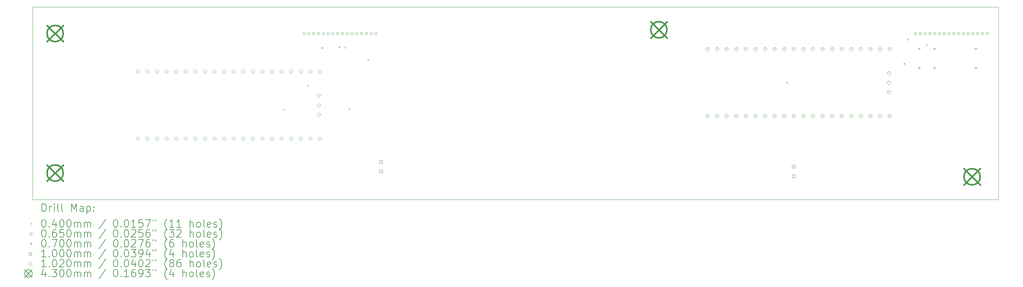
<source format=gbr>
%TF.GenerationSoftware,KiCad,Pcbnew,6.0.10-86aedd382b~118~ubuntu22.04.1*%
%TF.CreationDate,2023-01-15T11:42:56+01:00*%
%TF.ProjectId,tandberg-5000,74616e64-6265-4726-972d-353030302e6b,rev?*%
%TF.SameCoordinates,Original*%
%TF.FileFunction,Drillmap*%
%TF.FilePolarity,Positive*%
%FSLAX45Y45*%
G04 Gerber Fmt 4.5, Leading zero omitted, Abs format (unit mm)*
G04 Created by KiCad (PCBNEW 6.0.10-86aedd382b~118~ubuntu22.04.1) date 2023-01-15 11:42:56*
%MOMM*%
%LPD*%
G01*
G04 APERTURE LIST*
%ADD10C,0.100000*%
%ADD11C,0.200000*%
%ADD12C,0.040000*%
%ADD13C,0.065000*%
%ADD14C,0.070000*%
%ADD15C,0.102000*%
%ADD16C,0.430000*%
G04 APERTURE END LIST*
D10*
X2100000Y-2400000D02*
X27700000Y-2400000D01*
X27700000Y-2400000D02*
X27700000Y-7500000D01*
X27700000Y-7500000D02*
X2100000Y-7500000D01*
X2100000Y-7500000D02*
X2100000Y-2400000D01*
D11*
D12*
X8738630Y-5094960D02*
X8778630Y-5134960D01*
X8778630Y-5094960D02*
X8738630Y-5134960D01*
X9379200Y-4454390D02*
X9419200Y-4494390D01*
X9419200Y-4454390D02*
X9379200Y-4494390D01*
X9756120Y-3461600D02*
X9796120Y-3501600D01*
X9796120Y-3461600D02*
X9756120Y-3501600D01*
X10210620Y-3441720D02*
X10250620Y-3481720D01*
X10250620Y-3441720D02*
X10210620Y-3481720D01*
X10378490Y-3446380D02*
X10418490Y-3486380D01*
X10418490Y-3446380D02*
X10378490Y-3486380D01*
X10480000Y-5080000D02*
X10520000Y-5120000D01*
X10520000Y-5080000D02*
X10480000Y-5120000D01*
X10980000Y-3780000D02*
X11020000Y-3820000D01*
X11020000Y-3780000D02*
X10980000Y-3820000D01*
X22080000Y-4380000D02*
X22120000Y-4420000D01*
X22120000Y-4380000D02*
X22080000Y-4420000D01*
X25180000Y-3880000D02*
X25220000Y-3920000D01*
X25220000Y-3880000D02*
X25180000Y-3920000D01*
X25280430Y-3239680D02*
X25320430Y-3279680D01*
X25320430Y-3239680D02*
X25280430Y-3279680D01*
X25780000Y-3380000D02*
X25820000Y-3420000D01*
X25820000Y-3380000D02*
X25780000Y-3420000D01*
D13*
X9332500Y-3100000D02*
G75*
G03*
X9332500Y-3100000I-32500J0D01*
G01*
X9459500Y-3100000D02*
G75*
G03*
X9459500Y-3100000I-32500J0D01*
G01*
X9586500Y-3100000D02*
G75*
G03*
X9586500Y-3100000I-32500J0D01*
G01*
X9713500Y-3100000D02*
G75*
G03*
X9713500Y-3100000I-32500J0D01*
G01*
X9840500Y-3100000D02*
G75*
G03*
X9840500Y-3100000I-32500J0D01*
G01*
X9967500Y-3100000D02*
G75*
G03*
X9967500Y-3100000I-32500J0D01*
G01*
X10094500Y-3100000D02*
G75*
G03*
X10094500Y-3100000I-32500J0D01*
G01*
X10221500Y-3100000D02*
G75*
G03*
X10221500Y-3100000I-32500J0D01*
G01*
X10348500Y-3100000D02*
G75*
G03*
X10348500Y-3100000I-32500J0D01*
G01*
X10475500Y-3100000D02*
G75*
G03*
X10475500Y-3100000I-32500J0D01*
G01*
X10602500Y-3100000D02*
G75*
G03*
X10602500Y-3100000I-32500J0D01*
G01*
X10729500Y-3100000D02*
G75*
G03*
X10729500Y-3100000I-32500J0D01*
G01*
X10856500Y-3100000D02*
G75*
G03*
X10856500Y-3100000I-32500J0D01*
G01*
X10983500Y-3100000D02*
G75*
G03*
X10983500Y-3100000I-32500J0D01*
G01*
X11110500Y-3100000D02*
G75*
G03*
X11110500Y-3100000I-32500J0D01*
G01*
X11237500Y-3100000D02*
G75*
G03*
X11237500Y-3100000I-32500J0D01*
G01*
X25532500Y-3100000D02*
G75*
G03*
X25532500Y-3100000I-32500J0D01*
G01*
X25659500Y-3100000D02*
G75*
G03*
X25659500Y-3100000I-32500J0D01*
G01*
X25786500Y-3100000D02*
G75*
G03*
X25786500Y-3100000I-32500J0D01*
G01*
X25913500Y-3100000D02*
G75*
G03*
X25913500Y-3100000I-32500J0D01*
G01*
X26040500Y-3100000D02*
G75*
G03*
X26040500Y-3100000I-32500J0D01*
G01*
X26167500Y-3100000D02*
G75*
G03*
X26167500Y-3100000I-32500J0D01*
G01*
X26294500Y-3100000D02*
G75*
G03*
X26294500Y-3100000I-32500J0D01*
G01*
X26421500Y-3100000D02*
G75*
G03*
X26421500Y-3100000I-32500J0D01*
G01*
X26548500Y-3100000D02*
G75*
G03*
X26548500Y-3100000I-32500J0D01*
G01*
X26675500Y-3100000D02*
G75*
G03*
X26675500Y-3100000I-32500J0D01*
G01*
X26802500Y-3100000D02*
G75*
G03*
X26802500Y-3100000I-32500J0D01*
G01*
X26929500Y-3100000D02*
G75*
G03*
X26929500Y-3100000I-32500J0D01*
G01*
X27056500Y-3100000D02*
G75*
G03*
X27056500Y-3100000I-32500J0D01*
G01*
X27183500Y-3100000D02*
G75*
G03*
X27183500Y-3100000I-32500J0D01*
G01*
X27310500Y-3100000D02*
G75*
G03*
X27310500Y-3100000I-32500J0D01*
G01*
X27437500Y-3100000D02*
G75*
G03*
X27437500Y-3100000I-32500J0D01*
G01*
D14*
X25600000Y-3465000D02*
X25600000Y-3535000D01*
X25565000Y-3500000D02*
X25635000Y-3500000D01*
X25600000Y-3973000D02*
X25600000Y-4043000D01*
X25565000Y-4008000D02*
X25635000Y-4008000D01*
X26000000Y-3465000D02*
X26000000Y-3535000D01*
X25965000Y-3500000D02*
X26035000Y-3500000D01*
X26000000Y-3973000D02*
X26000000Y-4043000D01*
X25965000Y-4008000D02*
X26035000Y-4008000D01*
X27100000Y-3465000D02*
X27100000Y-3535000D01*
X27065000Y-3500000D02*
X27135000Y-3500000D01*
X27100000Y-3973000D02*
X27100000Y-4043000D01*
X27065000Y-4008000D02*
X27135000Y-4008000D01*
D10*
X11369856Y-6535356D02*
X11369856Y-6464644D01*
X11299144Y-6464644D01*
X11299144Y-6535356D01*
X11369856Y-6535356D01*
X11369856Y-6789356D02*
X11369856Y-6718644D01*
X11299144Y-6718644D01*
X11299144Y-6789356D01*
X11369856Y-6789356D01*
X22300856Y-6662356D02*
X22300856Y-6591644D01*
X22230144Y-6591644D01*
X22230144Y-6662356D01*
X22300856Y-6662356D01*
X22300856Y-6916356D02*
X22300856Y-6845644D01*
X22230144Y-6845644D01*
X22230144Y-6916356D01*
X22300856Y-6916356D01*
D15*
X4887000Y-4162000D02*
X4938000Y-4111000D01*
X4887000Y-4060000D01*
X4836000Y-4111000D01*
X4887000Y-4162000D01*
X4887000Y-5940000D02*
X4938000Y-5889000D01*
X4887000Y-5838000D01*
X4836000Y-5889000D01*
X4887000Y-5940000D01*
X5141000Y-4162000D02*
X5192000Y-4111000D01*
X5141000Y-4060000D01*
X5090000Y-4111000D01*
X5141000Y-4162000D01*
X5141000Y-5940000D02*
X5192000Y-5889000D01*
X5141000Y-5838000D01*
X5090000Y-5889000D01*
X5141000Y-5940000D01*
X5395000Y-4162000D02*
X5446000Y-4111000D01*
X5395000Y-4060000D01*
X5344000Y-4111000D01*
X5395000Y-4162000D01*
X5395000Y-5940000D02*
X5446000Y-5889000D01*
X5395000Y-5838000D01*
X5344000Y-5889000D01*
X5395000Y-5940000D01*
X5649000Y-4162000D02*
X5700000Y-4111000D01*
X5649000Y-4060000D01*
X5598000Y-4111000D01*
X5649000Y-4162000D01*
X5649000Y-5940000D02*
X5700000Y-5889000D01*
X5649000Y-5838000D01*
X5598000Y-5889000D01*
X5649000Y-5940000D01*
X5903000Y-4162000D02*
X5954000Y-4111000D01*
X5903000Y-4060000D01*
X5852000Y-4111000D01*
X5903000Y-4162000D01*
X5903000Y-5940000D02*
X5954000Y-5889000D01*
X5903000Y-5838000D01*
X5852000Y-5889000D01*
X5903000Y-5940000D01*
X6157000Y-4162000D02*
X6208000Y-4111000D01*
X6157000Y-4060000D01*
X6106000Y-4111000D01*
X6157000Y-4162000D01*
X6157000Y-5940000D02*
X6208000Y-5889000D01*
X6157000Y-5838000D01*
X6106000Y-5889000D01*
X6157000Y-5940000D01*
X6411000Y-4162000D02*
X6462000Y-4111000D01*
X6411000Y-4060000D01*
X6360000Y-4111000D01*
X6411000Y-4162000D01*
X6411000Y-5940000D02*
X6462000Y-5889000D01*
X6411000Y-5838000D01*
X6360000Y-5889000D01*
X6411000Y-5940000D01*
X6665000Y-4162000D02*
X6716000Y-4111000D01*
X6665000Y-4060000D01*
X6614000Y-4111000D01*
X6665000Y-4162000D01*
X6665000Y-5940000D02*
X6716000Y-5889000D01*
X6665000Y-5838000D01*
X6614000Y-5889000D01*
X6665000Y-5940000D01*
X6919000Y-4162000D02*
X6970000Y-4111000D01*
X6919000Y-4060000D01*
X6868000Y-4111000D01*
X6919000Y-4162000D01*
X6919000Y-5940000D02*
X6970000Y-5889000D01*
X6919000Y-5838000D01*
X6868000Y-5889000D01*
X6919000Y-5940000D01*
X7173000Y-4162000D02*
X7224000Y-4111000D01*
X7173000Y-4060000D01*
X7122000Y-4111000D01*
X7173000Y-4162000D01*
X7173000Y-5940000D02*
X7224000Y-5889000D01*
X7173000Y-5838000D01*
X7122000Y-5889000D01*
X7173000Y-5940000D01*
X7427000Y-4162000D02*
X7478000Y-4111000D01*
X7427000Y-4060000D01*
X7376000Y-4111000D01*
X7427000Y-4162000D01*
X7427000Y-5940000D02*
X7478000Y-5889000D01*
X7427000Y-5838000D01*
X7376000Y-5889000D01*
X7427000Y-5940000D01*
X7681000Y-4162000D02*
X7732000Y-4111000D01*
X7681000Y-4060000D01*
X7630000Y-4111000D01*
X7681000Y-4162000D01*
X7681000Y-5940000D02*
X7732000Y-5889000D01*
X7681000Y-5838000D01*
X7630000Y-5889000D01*
X7681000Y-5940000D01*
X7935000Y-4162000D02*
X7986000Y-4111000D01*
X7935000Y-4060000D01*
X7884000Y-4111000D01*
X7935000Y-4162000D01*
X7935000Y-5940000D02*
X7986000Y-5889000D01*
X7935000Y-5838000D01*
X7884000Y-5889000D01*
X7935000Y-5940000D01*
X8189000Y-4162000D02*
X8240000Y-4111000D01*
X8189000Y-4060000D01*
X8138000Y-4111000D01*
X8189000Y-4162000D01*
X8189000Y-5940000D02*
X8240000Y-5889000D01*
X8189000Y-5838000D01*
X8138000Y-5889000D01*
X8189000Y-5940000D01*
X8443000Y-4162000D02*
X8494000Y-4111000D01*
X8443000Y-4060000D01*
X8392000Y-4111000D01*
X8443000Y-4162000D01*
X8443000Y-5940000D02*
X8494000Y-5889000D01*
X8443000Y-5838000D01*
X8392000Y-5889000D01*
X8443000Y-5940000D01*
X8697000Y-4162000D02*
X8748000Y-4111000D01*
X8697000Y-4060000D01*
X8646000Y-4111000D01*
X8697000Y-4162000D01*
X8697000Y-5940000D02*
X8748000Y-5889000D01*
X8697000Y-5838000D01*
X8646000Y-5889000D01*
X8697000Y-5940000D01*
X8951000Y-4162000D02*
X9002000Y-4111000D01*
X8951000Y-4060000D01*
X8900000Y-4111000D01*
X8951000Y-4162000D01*
X8951000Y-5940000D02*
X9002000Y-5889000D01*
X8951000Y-5838000D01*
X8900000Y-5889000D01*
X8951000Y-5940000D01*
X9205000Y-4162000D02*
X9256000Y-4111000D01*
X9205000Y-4060000D01*
X9154000Y-4111000D01*
X9205000Y-4162000D01*
X9205000Y-5940000D02*
X9256000Y-5889000D01*
X9205000Y-5838000D01*
X9154000Y-5889000D01*
X9205000Y-5940000D01*
X9459000Y-4162000D02*
X9510000Y-4111000D01*
X9459000Y-4060000D01*
X9408000Y-4111000D01*
X9459000Y-4162000D01*
X9459000Y-5940000D02*
X9510000Y-5889000D01*
X9459000Y-5838000D01*
X9408000Y-5889000D01*
X9459000Y-5940000D01*
X9690000Y-4797000D02*
X9741000Y-4746000D01*
X9690000Y-4695000D01*
X9639000Y-4746000D01*
X9690000Y-4797000D01*
X9690000Y-5051000D02*
X9741000Y-5000000D01*
X9690000Y-4949000D01*
X9639000Y-5000000D01*
X9690000Y-5051000D01*
X9690000Y-5305000D02*
X9741000Y-5254000D01*
X9690000Y-5203000D01*
X9639000Y-5254000D01*
X9690000Y-5305000D01*
X9713000Y-4162000D02*
X9764000Y-4111000D01*
X9713000Y-4060000D01*
X9662000Y-4111000D01*
X9713000Y-4162000D01*
X9713000Y-5940000D02*
X9764000Y-5889000D01*
X9713000Y-5838000D01*
X9662000Y-5889000D01*
X9713000Y-5940000D01*
X19987000Y-3562000D02*
X20038000Y-3511000D01*
X19987000Y-3460000D01*
X19936000Y-3511000D01*
X19987000Y-3562000D01*
X19987000Y-5340000D02*
X20038000Y-5289000D01*
X19987000Y-5238000D01*
X19936000Y-5289000D01*
X19987000Y-5340000D01*
X20241000Y-3562000D02*
X20292000Y-3511000D01*
X20241000Y-3460000D01*
X20190000Y-3511000D01*
X20241000Y-3562000D01*
X20241000Y-5340000D02*
X20292000Y-5289000D01*
X20241000Y-5238000D01*
X20190000Y-5289000D01*
X20241000Y-5340000D01*
X20495000Y-3562000D02*
X20546000Y-3511000D01*
X20495000Y-3460000D01*
X20444000Y-3511000D01*
X20495000Y-3562000D01*
X20495000Y-5340000D02*
X20546000Y-5289000D01*
X20495000Y-5238000D01*
X20444000Y-5289000D01*
X20495000Y-5340000D01*
X20749000Y-3562000D02*
X20800000Y-3511000D01*
X20749000Y-3460000D01*
X20698000Y-3511000D01*
X20749000Y-3562000D01*
X20749000Y-5340000D02*
X20800000Y-5289000D01*
X20749000Y-5238000D01*
X20698000Y-5289000D01*
X20749000Y-5340000D01*
X21003000Y-3562000D02*
X21054000Y-3511000D01*
X21003000Y-3460000D01*
X20952000Y-3511000D01*
X21003000Y-3562000D01*
X21003000Y-5340000D02*
X21054000Y-5289000D01*
X21003000Y-5238000D01*
X20952000Y-5289000D01*
X21003000Y-5340000D01*
X21257000Y-3562000D02*
X21308000Y-3511000D01*
X21257000Y-3460000D01*
X21206000Y-3511000D01*
X21257000Y-3562000D01*
X21257000Y-5340000D02*
X21308000Y-5289000D01*
X21257000Y-5238000D01*
X21206000Y-5289000D01*
X21257000Y-5340000D01*
X21511000Y-3562000D02*
X21562000Y-3511000D01*
X21511000Y-3460000D01*
X21460000Y-3511000D01*
X21511000Y-3562000D01*
X21511000Y-5340000D02*
X21562000Y-5289000D01*
X21511000Y-5238000D01*
X21460000Y-5289000D01*
X21511000Y-5340000D01*
X21765000Y-3562000D02*
X21816000Y-3511000D01*
X21765000Y-3460000D01*
X21714000Y-3511000D01*
X21765000Y-3562000D01*
X21765000Y-5340000D02*
X21816000Y-5289000D01*
X21765000Y-5238000D01*
X21714000Y-5289000D01*
X21765000Y-5340000D01*
X22019000Y-3562000D02*
X22070000Y-3511000D01*
X22019000Y-3460000D01*
X21968000Y-3511000D01*
X22019000Y-3562000D01*
X22019000Y-5340000D02*
X22070000Y-5289000D01*
X22019000Y-5238000D01*
X21968000Y-5289000D01*
X22019000Y-5340000D01*
X22273000Y-3562000D02*
X22324000Y-3511000D01*
X22273000Y-3460000D01*
X22222000Y-3511000D01*
X22273000Y-3562000D01*
X22273000Y-5340000D02*
X22324000Y-5289000D01*
X22273000Y-5238000D01*
X22222000Y-5289000D01*
X22273000Y-5340000D01*
X22527000Y-3562000D02*
X22578000Y-3511000D01*
X22527000Y-3460000D01*
X22476000Y-3511000D01*
X22527000Y-3562000D01*
X22527000Y-5340000D02*
X22578000Y-5289000D01*
X22527000Y-5238000D01*
X22476000Y-5289000D01*
X22527000Y-5340000D01*
X22781000Y-3562000D02*
X22832000Y-3511000D01*
X22781000Y-3460000D01*
X22730000Y-3511000D01*
X22781000Y-3562000D01*
X22781000Y-5340000D02*
X22832000Y-5289000D01*
X22781000Y-5238000D01*
X22730000Y-5289000D01*
X22781000Y-5340000D01*
X23035000Y-3562000D02*
X23086000Y-3511000D01*
X23035000Y-3460000D01*
X22984000Y-3511000D01*
X23035000Y-3562000D01*
X23035000Y-5340000D02*
X23086000Y-5289000D01*
X23035000Y-5238000D01*
X22984000Y-5289000D01*
X23035000Y-5340000D01*
X23289000Y-3562000D02*
X23340000Y-3511000D01*
X23289000Y-3460000D01*
X23238000Y-3511000D01*
X23289000Y-3562000D01*
X23289000Y-5340000D02*
X23340000Y-5289000D01*
X23289000Y-5238000D01*
X23238000Y-5289000D01*
X23289000Y-5340000D01*
X23543000Y-3562000D02*
X23594000Y-3511000D01*
X23543000Y-3460000D01*
X23492000Y-3511000D01*
X23543000Y-3562000D01*
X23543000Y-5340000D02*
X23594000Y-5289000D01*
X23543000Y-5238000D01*
X23492000Y-5289000D01*
X23543000Y-5340000D01*
X23797000Y-3562000D02*
X23848000Y-3511000D01*
X23797000Y-3460000D01*
X23746000Y-3511000D01*
X23797000Y-3562000D01*
X23797000Y-5340000D02*
X23848000Y-5289000D01*
X23797000Y-5238000D01*
X23746000Y-5289000D01*
X23797000Y-5340000D01*
X24051000Y-3562000D02*
X24102000Y-3511000D01*
X24051000Y-3460000D01*
X24000000Y-3511000D01*
X24051000Y-3562000D01*
X24051000Y-5340000D02*
X24102000Y-5289000D01*
X24051000Y-5238000D01*
X24000000Y-5289000D01*
X24051000Y-5340000D01*
X24305000Y-3562000D02*
X24356000Y-3511000D01*
X24305000Y-3460000D01*
X24254000Y-3511000D01*
X24305000Y-3562000D01*
X24305000Y-5340000D02*
X24356000Y-5289000D01*
X24305000Y-5238000D01*
X24254000Y-5289000D01*
X24305000Y-5340000D01*
X24559000Y-3562000D02*
X24610000Y-3511000D01*
X24559000Y-3460000D01*
X24508000Y-3511000D01*
X24559000Y-3562000D01*
X24559000Y-5340000D02*
X24610000Y-5289000D01*
X24559000Y-5238000D01*
X24508000Y-5289000D01*
X24559000Y-5340000D01*
X24790000Y-4197000D02*
X24841000Y-4146000D01*
X24790000Y-4095000D01*
X24739000Y-4146000D01*
X24790000Y-4197000D01*
X24790000Y-4451000D02*
X24841000Y-4400000D01*
X24790000Y-4349000D01*
X24739000Y-4400000D01*
X24790000Y-4451000D01*
X24790000Y-4705000D02*
X24841000Y-4654000D01*
X24790000Y-4603000D01*
X24739000Y-4654000D01*
X24790000Y-4705000D01*
X24813000Y-3562000D02*
X24864000Y-3511000D01*
X24813000Y-3460000D01*
X24762000Y-3511000D01*
X24813000Y-3562000D01*
X24813000Y-5340000D02*
X24864000Y-5289000D01*
X24813000Y-5238000D01*
X24762000Y-5289000D01*
X24813000Y-5340000D01*
D16*
X2485000Y-2885000D02*
X2915000Y-3315000D01*
X2915000Y-2885000D02*
X2485000Y-3315000D01*
X2915000Y-3100000D02*
G75*
G03*
X2915000Y-3100000I-215000J0D01*
G01*
X2485000Y-6585000D02*
X2915000Y-7015000D01*
X2915000Y-6585000D02*
X2485000Y-7015000D01*
X2915000Y-6800000D02*
G75*
G03*
X2915000Y-6800000I-215000J0D01*
G01*
X18485000Y-2785000D02*
X18915000Y-3215000D01*
X18915000Y-2785000D02*
X18485000Y-3215000D01*
X18915000Y-3000000D02*
G75*
G03*
X18915000Y-3000000I-215000J0D01*
G01*
X26785000Y-6685000D02*
X27215000Y-7115000D01*
X27215000Y-6685000D02*
X26785000Y-7115000D01*
X27215000Y-6900000D02*
G75*
G03*
X27215000Y-6900000I-215000J0D01*
G01*
D11*
X2352619Y-7815476D02*
X2352619Y-7615476D01*
X2400238Y-7615476D01*
X2428810Y-7625000D01*
X2447857Y-7644048D01*
X2457381Y-7663095D01*
X2466905Y-7701190D01*
X2466905Y-7729762D01*
X2457381Y-7767857D01*
X2447857Y-7786905D01*
X2428810Y-7805952D01*
X2400238Y-7815476D01*
X2352619Y-7815476D01*
X2552619Y-7815476D02*
X2552619Y-7682143D01*
X2552619Y-7720238D02*
X2562143Y-7701190D01*
X2571667Y-7691667D01*
X2590714Y-7682143D01*
X2609762Y-7682143D01*
X2676429Y-7815476D02*
X2676429Y-7682143D01*
X2676429Y-7615476D02*
X2666905Y-7625000D01*
X2676429Y-7634524D01*
X2685952Y-7625000D01*
X2676429Y-7615476D01*
X2676429Y-7634524D01*
X2800238Y-7815476D02*
X2781190Y-7805952D01*
X2771667Y-7786905D01*
X2771667Y-7615476D01*
X2905000Y-7815476D02*
X2885952Y-7805952D01*
X2876428Y-7786905D01*
X2876428Y-7615476D01*
X3133571Y-7815476D02*
X3133571Y-7615476D01*
X3200238Y-7758333D01*
X3266905Y-7615476D01*
X3266905Y-7815476D01*
X3447857Y-7815476D02*
X3447857Y-7710714D01*
X3438333Y-7691667D01*
X3419286Y-7682143D01*
X3381190Y-7682143D01*
X3362143Y-7691667D01*
X3447857Y-7805952D02*
X3428809Y-7815476D01*
X3381190Y-7815476D01*
X3362143Y-7805952D01*
X3352619Y-7786905D01*
X3352619Y-7767857D01*
X3362143Y-7748809D01*
X3381190Y-7739286D01*
X3428809Y-7739286D01*
X3447857Y-7729762D01*
X3543095Y-7682143D02*
X3543095Y-7882143D01*
X3543095Y-7691667D02*
X3562143Y-7682143D01*
X3600238Y-7682143D01*
X3619286Y-7691667D01*
X3628809Y-7701190D01*
X3638333Y-7720238D01*
X3638333Y-7777381D01*
X3628809Y-7796428D01*
X3619286Y-7805952D01*
X3600238Y-7815476D01*
X3562143Y-7815476D01*
X3543095Y-7805952D01*
X3724048Y-7796428D02*
X3733571Y-7805952D01*
X3724048Y-7815476D01*
X3714524Y-7805952D01*
X3724048Y-7796428D01*
X3724048Y-7815476D01*
X3724048Y-7691667D02*
X3733571Y-7701190D01*
X3724048Y-7710714D01*
X3714524Y-7701190D01*
X3724048Y-7691667D01*
X3724048Y-7710714D01*
D12*
X2055000Y-8125000D02*
X2095000Y-8165000D01*
X2095000Y-8125000D02*
X2055000Y-8165000D01*
D11*
X2390714Y-8035476D02*
X2409762Y-8035476D01*
X2428810Y-8045000D01*
X2438333Y-8054524D01*
X2447857Y-8073571D01*
X2457381Y-8111667D01*
X2457381Y-8159286D01*
X2447857Y-8197381D01*
X2438333Y-8216428D01*
X2428810Y-8225952D01*
X2409762Y-8235476D01*
X2390714Y-8235476D01*
X2371667Y-8225952D01*
X2362143Y-8216428D01*
X2352619Y-8197381D01*
X2343095Y-8159286D01*
X2343095Y-8111667D01*
X2352619Y-8073571D01*
X2362143Y-8054524D01*
X2371667Y-8045000D01*
X2390714Y-8035476D01*
X2543095Y-8216428D02*
X2552619Y-8225952D01*
X2543095Y-8235476D01*
X2533571Y-8225952D01*
X2543095Y-8216428D01*
X2543095Y-8235476D01*
X2724048Y-8102143D02*
X2724048Y-8235476D01*
X2676429Y-8025952D02*
X2628810Y-8168809D01*
X2752619Y-8168809D01*
X2866905Y-8035476D02*
X2885952Y-8035476D01*
X2905000Y-8045000D01*
X2914524Y-8054524D01*
X2924048Y-8073571D01*
X2933571Y-8111667D01*
X2933571Y-8159286D01*
X2924048Y-8197381D01*
X2914524Y-8216428D01*
X2905000Y-8225952D01*
X2885952Y-8235476D01*
X2866905Y-8235476D01*
X2847857Y-8225952D01*
X2838333Y-8216428D01*
X2828809Y-8197381D01*
X2819286Y-8159286D01*
X2819286Y-8111667D01*
X2828809Y-8073571D01*
X2838333Y-8054524D01*
X2847857Y-8045000D01*
X2866905Y-8035476D01*
X3057381Y-8035476D02*
X3076428Y-8035476D01*
X3095476Y-8045000D01*
X3105000Y-8054524D01*
X3114524Y-8073571D01*
X3124048Y-8111667D01*
X3124048Y-8159286D01*
X3114524Y-8197381D01*
X3105000Y-8216428D01*
X3095476Y-8225952D01*
X3076428Y-8235476D01*
X3057381Y-8235476D01*
X3038333Y-8225952D01*
X3028809Y-8216428D01*
X3019286Y-8197381D01*
X3009762Y-8159286D01*
X3009762Y-8111667D01*
X3019286Y-8073571D01*
X3028809Y-8054524D01*
X3038333Y-8045000D01*
X3057381Y-8035476D01*
X3209762Y-8235476D02*
X3209762Y-8102143D01*
X3209762Y-8121190D02*
X3219286Y-8111667D01*
X3238333Y-8102143D01*
X3266905Y-8102143D01*
X3285952Y-8111667D01*
X3295476Y-8130714D01*
X3295476Y-8235476D01*
X3295476Y-8130714D02*
X3305000Y-8111667D01*
X3324048Y-8102143D01*
X3352619Y-8102143D01*
X3371667Y-8111667D01*
X3381190Y-8130714D01*
X3381190Y-8235476D01*
X3476428Y-8235476D02*
X3476428Y-8102143D01*
X3476428Y-8121190D02*
X3485952Y-8111667D01*
X3505000Y-8102143D01*
X3533571Y-8102143D01*
X3552619Y-8111667D01*
X3562143Y-8130714D01*
X3562143Y-8235476D01*
X3562143Y-8130714D02*
X3571667Y-8111667D01*
X3590714Y-8102143D01*
X3619286Y-8102143D01*
X3638333Y-8111667D01*
X3647857Y-8130714D01*
X3647857Y-8235476D01*
X4038333Y-8025952D02*
X3866905Y-8283095D01*
X4295476Y-8035476D02*
X4314524Y-8035476D01*
X4333571Y-8045000D01*
X4343095Y-8054524D01*
X4352619Y-8073571D01*
X4362143Y-8111667D01*
X4362143Y-8159286D01*
X4352619Y-8197381D01*
X4343095Y-8216428D01*
X4333571Y-8225952D01*
X4314524Y-8235476D01*
X4295476Y-8235476D01*
X4276429Y-8225952D01*
X4266905Y-8216428D01*
X4257381Y-8197381D01*
X4247857Y-8159286D01*
X4247857Y-8111667D01*
X4257381Y-8073571D01*
X4266905Y-8054524D01*
X4276429Y-8045000D01*
X4295476Y-8035476D01*
X4447857Y-8216428D02*
X4457381Y-8225952D01*
X4447857Y-8235476D01*
X4438333Y-8225952D01*
X4447857Y-8216428D01*
X4447857Y-8235476D01*
X4581190Y-8035476D02*
X4600238Y-8035476D01*
X4619286Y-8045000D01*
X4628810Y-8054524D01*
X4638333Y-8073571D01*
X4647857Y-8111667D01*
X4647857Y-8159286D01*
X4638333Y-8197381D01*
X4628810Y-8216428D01*
X4619286Y-8225952D01*
X4600238Y-8235476D01*
X4581190Y-8235476D01*
X4562143Y-8225952D01*
X4552619Y-8216428D01*
X4543095Y-8197381D01*
X4533571Y-8159286D01*
X4533571Y-8111667D01*
X4543095Y-8073571D01*
X4552619Y-8054524D01*
X4562143Y-8045000D01*
X4581190Y-8035476D01*
X4838333Y-8235476D02*
X4724048Y-8235476D01*
X4781190Y-8235476D02*
X4781190Y-8035476D01*
X4762143Y-8064048D01*
X4743095Y-8083095D01*
X4724048Y-8092619D01*
X5019286Y-8035476D02*
X4924048Y-8035476D01*
X4914524Y-8130714D01*
X4924048Y-8121190D01*
X4943095Y-8111667D01*
X4990714Y-8111667D01*
X5009762Y-8121190D01*
X5019286Y-8130714D01*
X5028810Y-8149762D01*
X5028810Y-8197381D01*
X5019286Y-8216428D01*
X5009762Y-8225952D01*
X4990714Y-8235476D01*
X4943095Y-8235476D01*
X4924048Y-8225952D01*
X4914524Y-8216428D01*
X5095476Y-8035476D02*
X5228810Y-8035476D01*
X5143095Y-8235476D01*
X5295476Y-8035476D02*
X5295476Y-8073571D01*
X5371667Y-8035476D02*
X5371667Y-8073571D01*
X5666905Y-8311667D02*
X5657381Y-8302143D01*
X5638333Y-8273571D01*
X5628809Y-8254524D01*
X5619286Y-8225952D01*
X5609762Y-8178333D01*
X5609762Y-8140238D01*
X5619286Y-8092619D01*
X5628809Y-8064048D01*
X5638333Y-8045000D01*
X5657381Y-8016428D01*
X5666905Y-8006905D01*
X5847857Y-8235476D02*
X5733571Y-8235476D01*
X5790714Y-8235476D02*
X5790714Y-8035476D01*
X5771667Y-8064048D01*
X5752619Y-8083095D01*
X5733571Y-8092619D01*
X6038333Y-8235476D02*
X5924048Y-8235476D01*
X5981190Y-8235476D02*
X5981190Y-8035476D01*
X5962143Y-8064048D01*
X5943095Y-8083095D01*
X5924048Y-8092619D01*
X6276428Y-8235476D02*
X6276428Y-8035476D01*
X6362143Y-8235476D02*
X6362143Y-8130714D01*
X6352619Y-8111667D01*
X6333571Y-8102143D01*
X6305000Y-8102143D01*
X6285952Y-8111667D01*
X6276428Y-8121190D01*
X6485952Y-8235476D02*
X6466905Y-8225952D01*
X6457381Y-8216428D01*
X6447857Y-8197381D01*
X6447857Y-8140238D01*
X6457381Y-8121190D01*
X6466905Y-8111667D01*
X6485952Y-8102143D01*
X6514524Y-8102143D01*
X6533571Y-8111667D01*
X6543095Y-8121190D01*
X6552619Y-8140238D01*
X6552619Y-8197381D01*
X6543095Y-8216428D01*
X6533571Y-8225952D01*
X6514524Y-8235476D01*
X6485952Y-8235476D01*
X6666905Y-8235476D02*
X6647857Y-8225952D01*
X6638333Y-8206905D01*
X6638333Y-8035476D01*
X6819286Y-8225952D02*
X6800238Y-8235476D01*
X6762143Y-8235476D01*
X6743095Y-8225952D01*
X6733571Y-8206905D01*
X6733571Y-8130714D01*
X6743095Y-8111667D01*
X6762143Y-8102143D01*
X6800238Y-8102143D01*
X6819286Y-8111667D01*
X6828809Y-8130714D01*
X6828809Y-8149762D01*
X6733571Y-8168809D01*
X6905000Y-8225952D02*
X6924048Y-8235476D01*
X6962143Y-8235476D01*
X6981190Y-8225952D01*
X6990714Y-8206905D01*
X6990714Y-8197381D01*
X6981190Y-8178333D01*
X6962143Y-8168809D01*
X6933571Y-8168809D01*
X6914524Y-8159286D01*
X6905000Y-8140238D01*
X6905000Y-8130714D01*
X6914524Y-8111667D01*
X6933571Y-8102143D01*
X6962143Y-8102143D01*
X6981190Y-8111667D01*
X7057381Y-8311667D02*
X7066905Y-8302143D01*
X7085952Y-8273571D01*
X7095476Y-8254524D01*
X7105000Y-8225952D01*
X7114524Y-8178333D01*
X7114524Y-8140238D01*
X7105000Y-8092619D01*
X7095476Y-8064048D01*
X7085952Y-8045000D01*
X7066905Y-8016428D01*
X7057381Y-8006905D01*
D13*
X2095000Y-8409000D02*
G75*
G03*
X2095000Y-8409000I-32500J0D01*
G01*
D11*
X2390714Y-8299476D02*
X2409762Y-8299476D01*
X2428810Y-8309000D01*
X2438333Y-8318524D01*
X2447857Y-8337571D01*
X2457381Y-8375667D01*
X2457381Y-8423286D01*
X2447857Y-8461381D01*
X2438333Y-8480429D01*
X2428810Y-8489952D01*
X2409762Y-8499476D01*
X2390714Y-8499476D01*
X2371667Y-8489952D01*
X2362143Y-8480429D01*
X2352619Y-8461381D01*
X2343095Y-8423286D01*
X2343095Y-8375667D01*
X2352619Y-8337571D01*
X2362143Y-8318524D01*
X2371667Y-8309000D01*
X2390714Y-8299476D01*
X2543095Y-8480429D02*
X2552619Y-8489952D01*
X2543095Y-8499476D01*
X2533571Y-8489952D01*
X2543095Y-8480429D01*
X2543095Y-8499476D01*
X2724048Y-8299476D02*
X2685952Y-8299476D01*
X2666905Y-8309000D01*
X2657381Y-8318524D01*
X2638333Y-8347095D01*
X2628810Y-8385190D01*
X2628810Y-8461381D01*
X2638333Y-8480429D01*
X2647857Y-8489952D01*
X2666905Y-8499476D01*
X2705000Y-8499476D01*
X2724048Y-8489952D01*
X2733571Y-8480429D01*
X2743095Y-8461381D01*
X2743095Y-8413762D01*
X2733571Y-8394714D01*
X2724048Y-8385190D01*
X2705000Y-8375667D01*
X2666905Y-8375667D01*
X2647857Y-8385190D01*
X2638333Y-8394714D01*
X2628810Y-8413762D01*
X2924048Y-8299476D02*
X2828809Y-8299476D01*
X2819286Y-8394714D01*
X2828809Y-8385190D01*
X2847857Y-8375667D01*
X2895476Y-8375667D01*
X2914524Y-8385190D01*
X2924048Y-8394714D01*
X2933571Y-8413762D01*
X2933571Y-8461381D01*
X2924048Y-8480429D01*
X2914524Y-8489952D01*
X2895476Y-8499476D01*
X2847857Y-8499476D01*
X2828809Y-8489952D01*
X2819286Y-8480429D01*
X3057381Y-8299476D02*
X3076428Y-8299476D01*
X3095476Y-8309000D01*
X3105000Y-8318524D01*
X3114524Y-8337571D01*
X3124048Y-8375667D01*
X3124048Y-8423286D01*
X3114524Y-8461381D01*
X3105000Y-8480429D01*
X3095476Y-8489952D01*
X3076428Y-8499476D01*
X3057381Y-8499476D01*
X3038333Y-8489952D01*
X3028809Y-8480429D01*
X3019286Y-8461381D01*
X3009762Y-8423286D01*
X3009762Y-8375667D01*
X3019286Y-8337571D01*
X3028809Y-8318524D01*
X3038333Y-8309000D01*
X3057381Y-8299476D01*
X3209762Y-8499476D02*
X3209762Y-8366143D01*
X3209762Y-8385190D02*
X3219286Y-8375667D01*
X3238333Y-8366143D01*
X3266905Y-8366143D01*
X3285952Y-8375667D01*
X3295476Y-8394714D01*
X3295476Y-8499476D01*
X3295476Y-8394714D02*
X3305000Y-8375667D01*
X3324048Y-8366143D01*
X3352619Y-8366143D01*
X3371667Y-8375667D01*
X3381190Y-8394714D01*
X3381190Y-8499476D01*
X3476428Y-8499476D02*
X3476428Y-8366143D01*
X3476428Y-8385190D02*
X3485952Y-8375667D01*
X3505000Y-8366143D01*
X3533571Y-8366143D01*
X3552619Y-8375667D01*
X3562143Y-8394714D01*
X3562143Y-8499476D01*
X3562143Y-8394714D02*
X3571667Y-8375667D01*
X3590714Y-8366143D01*
X3619286Y-8366143D01*
X3638333Y-8375667D01*
X3647857Y-8394714D01*
X3647857Y-8499476D01*
X4038333Y-8289952D02*
X3866905Y-8547095D01*
X4295476Y-8299476D02*
X4314524Y-8299476D01*
X4333571Y-8309000D01*
X4343095Y-8318524D01*
X4352619Y-8337571D01*
X4362143Y-8375667D01*
X4362143Y-8423286D01*
X4352619Y-8461381D01*
X4343095Y-8480429D01*
X4333571Y-8489952D01*
X4314524Y-8499476D01*
X4295476Y-8499476D01*
X4276429Y-8489952D01*
X4266905Y-8480429D01*
X4257381Y-8461381D01*
X4247857Y-8423286D01*
X4247857Y-8375667D01*
X4257381Y-8337571D01*
X4266905Y-8318524D01*
X4276429Y-8309000D01*
X4295476Y-8299476D01*
X4447857Y-8480429D02*
X4457381Y-8489952D01*
X4447857Y-8499476D01*
X4438333Y-8489952D01*
X4447857Y-8480429D01*
X4447857Y-8499476D01*
X4581190Y-8299476D02*
X4600238Y-8299476D01*
X4619286Y-8309000D01*
X4628810Y-8318524D01*
X4638333Y-8337571D01*
X4647857Y-8375667D01*
X4647857Y-8423286D01*
X4638333Y-8461381D01*
X4628810Y-8480429D01*
X4619286Y-8489952D01*
X4600238Y-8499476D01*
X4581190Y-8499476D01*
X4562143Y-8489952D01*
X4552619Y-8480429D01*
X4543095Y-8461381D01*
X4533571Y-8423286D01*
X4533571Y-8375667D01*
X4543095Y-8337571D01*
X4552619Y-8318524D01*
X4562143Y-8309000D01*
X4581190Y-8299476D01*
X4724048Y-8318524D02*
X4733571Y-8309000D01*
X4752619Y-8299476D01*
X4800238Y-8299476D01*
X4819286Y-8309000D01*
X4828810Y-8318524D01*
X4838333Y-8337571D01*
X4838333Y-8356619D01*
X4828810Y-8385190D01*
X4714524Y-8499476D01*
X4838333Y-8499476D01*
X5019286Y-8299476D02*
X4924048Y-8299476D01*
X4914524Y-8394714D01*
X4924048Y-8385190D01*
X4943095Y-8375667D01*
X4990714Y-8375667D01*
X5009762Y-8385190D01*
X5019286Y-8394714D01*
X5028810Y-8413762D01*
X5028810Y-8461381D01*
X5019286Y-8480429D01*
X5009762Y-8489952D01*
X4990714Y-8499476D01*
X4943095Y-8499476D01*
X4924048Y-8489952D01*
X4914524Y-8480429D01*
X5200238Y-8299476D02*
X5162143Y-8299476D01*
X5143095Y-8309000D01*
X5133571Y-8318524D01*
X5114524Y-8347095D01*
X5105000Y-8385190D01*
X5105000Y-8461381D01*
X5114524Y-8480429D01*
X5124048Y-8489952D01*
X5143095Y-8499476D01*
X5181190Y-8499476D01*
X5200238Y-8489952D01*
X5209762Y-8480429D01*
X5219286Y-8461381D01*
X5219286Y-8413762D01*
X5209762Y-8394714D01*
X5200238Y-8385190D01*
X5181190Y-8375667D01*
X5143095Y-8375667D01*
X5124048Y-8385190D01*
X5114524Y-8394714D01*
X5105000Y-8413762D01*
X5295476Y-8299476D02*
X5295476Y-8337571D01*
X5371667Y-8299476D02*
X5371667Y-8337571D01*
X5666905Y-8575667D02*
X5657381Y-8566143D01*
X5638333Y-8537571D01*
X5628809Y-8518524D01*
X5619286Y-8489952D01*
X5609762Y-8442333D01*
X5609762Y-8404238D01*
X5619286Y-8356619D01*
X5628809Y-8328048D01*
X5638333Y-8309000D01*
X5657381Y-8280428D01*
X5666905Y-8270905D01*
X5724048Y-8299476D02*
X5847857Y-8299476D01*
X5781190Y-8375667D01*
X5809762Y-8375667D01*
X5828809Y-8385190D01*
X5838333Y-8394714D01*
X5847857Y-8413762D01*
X5847857Y-8461381D01*
X5838333Y-8480429D01*
X5828809Y-8489952D01*
X5809762Y-8499476D01*
X5752619Y-8499476D01*
X5733571Y-8489952D01*
X5724048Y-8480429D01*
X5924048Y-8318524D02*
X5933571Y-8309000D01*
X5952619Y-8299476D01*
X6000238Y-8299476D01*
X6019286Y-8309000D01*
X6028809Y-8318524D01*
X6038333Y-8337571D01*
X6038333Y-8356619D01*
X6028809Y-8385190D01*
X5914524Y-8499476D01*
X6038333Y-8499476D01*
X6276428Y-8499476D02*
X6276428Y-8299476D01*
X6362143Y-8499476D02*
X6362143Y-8394714D01*
X6352619Y-8375667D01*
X6333571Y-8366143D01*
X6305000Y-8366143D01*
X6285952Y-8375667D01*
X6276428Y-8385190D01*
X6485952Y-8499476D02*
X6466905Y-8489952D01*
X6457381Y-8480429D01*
X6447857Y-8461381D01*
X6447857Y-8404238D01*
X6457381Y-8385190D01*
X6466905Y-8375667D01*
X6485952Y-8366143D01*
X6514524Y-8366143D01*
X6533571Y-8375667D01*
X6543095Y-8385190D01*
X6552619Y-8404238D01*
X6552619Y-8461381D01*
X6543095Y-8480429D01*
X6533571Y-8489952D01*
X6514524Y-8499476D01*
X6485952Y-8499476D01*
X6666905Y-8499476D02*
X6647857Y-8489952D01*
X6638333Y-8470905D01*
X6638333Y-8299476D01*
X6819286Y-8489952D02*
X6800238Y-8499476D01*
X6762143Y-8499476D01*
X6743095Y-8489952D01*
X6733571Y-8470905D01*
X6733571Y-8394714D01*
X6743095Y-8375667D01*
X6762143Y-8366143D01*
X6800238Y-8366143D01*
X6819286Y-8375667D01*
X6828809Y-8394714D01*
X6828809Y-8413762D01*
X6733571Y-8432810D01*
X6905000Y-8489952D02*
X6924048Y-8499476D01*
X6962143Y-8499476D01*
X6981190Y-8489952D01*
X6990714Y-8470905D01*
X6990714Y-8461381D01*
X6981190Y-8442333D01*
X6962143Y-8432810D01*
X6933571Y-8432810D01*
X6914524Y-8423286D01*
X6905000Y-8404238D01*
X6905000Y-8394714D01*
X6914524Y-8375667D01*
X6933571Y-8366143D01*
X6962143Y-8366143D01*
X6981190Y-8375667D01*
X7057381Y-8575667D02*
X7066905Y-8566143D01*
X7085952Y-8537571D01*
X7095476Y-8518524D01*
X7105000Y-8489952D01*
X7114524Y-8442333D01*
X7114524Y-8404238D01*
X7105000Y-8356619D01*
X7095476Y-8328048D01*
X7085952Y-8309000D01*
X7066905Y-8280428D01*
X7057381Y-8270905D01*
D14*
X2060000Y-8638000D02*
X2060000Y-8708000D01*
X2025000Y-8673000D02*
X2095000Y-8673000D01*
D11*
X2390714Y-8563476D02*
X2409762Y-8563476D01*
X2428810Y-8573000D01*
X2438333Y-8582524D01*
X2447857Y-8601571D01*
X2457381Y-8639667D01*
X2457381Y-8687286D01*
X2447857Y-8725381D01*
X2438333Y-8744429D01*
X2428810Y-8753952D01*
X2409762Y-8763476D01*
X2390714Y-8763476D01*
X2371667Y-8753952D01*
X2362143Y-8744429D01*
X2352619Y-8725381D01*
X2343095Y-8687286D01*
X2343095Y-8639667D01*
X2352619Y-8601571D01*
X2362143Y-8582524D01*
X2371667Y-8573000D01*
X2390714Y-8563476D01*
X2543095Y-8744429D02*
X2552619Y-8753952D01*
X2543095Y-8763476D01*
X2533571Y-8753952D01*
X2543095Y-8744429D01*
X2543095Y-8763476D01*
X2619286Y-8563476D02*
X2752619Y-8563476D01*
X2666905Y-8763476D01*
X2866905Y-8563476D02*
X2885952Y-8563476D01*
X2905000Y-8573000D01*
X2914524Y-8582524D01*
X2924048Y-8601571D01*
X2933571Y-8639667D01*
X2933571Y-8687286D01*
X2924048Y-8725381D01*
X2914524Y-8744429D01*
X2905000Y-8753952D01*
X2885952Y-8763476D01*
X2866905Y-8763476D01*
X2847857Y-8753952D01*
X2838333Y-8744429D01*
X2828809Y-8725381D01*
X2819286Y-8687286D01*
X2819286Y-8639667D01*
X2828809Y-8601571D01*
X2838333Y-8582524D01*
X2847857Y-8573000D01*
X2866905Y-8563476D01*
X3057381Y-8563476D02*
X3076428Y-8563476D01*
X3095476Y-8573000D01*
X3105000Y-8582524D01*
X3114524Y-8601571D01*
X3124048Y-8639667D01*
X3124048Y-8687286D01*
X3114524Y-8725381D01*
X3105000Y-8744429D01*
X3095476Y-8753952D01*
X3076428Y-8763476D01*
X3057381Y-8763476D01*
X3038333Y-8753952D01*
X3028809Y-8744429D01*
X3019286Y-8725381D01*
X3009762Y-8687286D01*
X3009762Y-8639667D01*
X3019286Y-8601571D01*
X3028809Y-8582524D01*
X3038333Y-8573000D01*
X3057381Y-8563476D01*
X3209762Y-8763476D02*
X3209762Y-8630143D01*
X3209762Y-8649190D02*
X3219286Y-8639667D01*
X3238333Y-8630143D01*
X3266905Y-8630143D01*
X3285952Y-8639667D01*
X3295476Y-8658714D01*
X3295476Y-8763476D01*
X3295476Y-8658714D02*
X3305000Y-8639667D01*
X3324048Y-8630143D01*
X3352619Y-8630143D01*
X3371667Y-8639667D01*
X3381190Y-8658714D01*
X3381190Y-8763476D01*
X3476428Y-8763476D02*
X3476428Y-8630143D01*
X3476428Y-8649190D02*
X3485952Y-8639667D01*
X3505000Y-8630143D01*
X3533571Y-8630143D01*
X3552619Y-8639667D01*
X3562143Y-8658714D01*
X3562143Y-8763476D01*
X3562143Y-8658714D02*
X3571667Y-8639667D01*
X3590714Y-8630143D01*
X3619286Y-8630143D01*
X3638333Y-8639667D01*
X3647857Y-8658714D01*
X3647857Y-8763476D01*
X4038333Y-8553952D02*
X3866905Y-8811095D01*
X4295476Y-8563476D02*
X4314524Y-8563476D01*
X4333571Y-8573000D01*
X4343095Y-8582524D01*
X4352619Y-8601571D01*
X4362143Y-8639667D01*
X4362143Y-8687286D01*
X4352619Y-8725381D01*
X4343095Y-8744429D01*
X4333571Y-8753952D01*
X4314524Y-8763476D01*
X4295476Y-8763476D01*
X4276429Y-8753952D01*
X4266905Y-8744429D01*
X4257381Y-8725381D01*
X4247857Y-8687286D01*
X4247857Y-8639667D01*
X4257381Y-8601571D01*
X4266905Y-8582524D01*
X4276429Y-8573000D01*
X4295476Y-8563476D01*
X4447857Y-8744429D02*
X4457381Y-8753952D01*
X4447857Y-8763476D01*
X4438333Y-8753952D01*
X4447857Y-8744429D01*
X4447857Y-8763476D01*
X4581190Y-8563476D02*
X4600238Y-8563476D01*
X4619286Y-8573000D01*
X4628810Y-8582524D01*
X4638333Y-8601571D01*
X4647857Y-8639667D01*
X4647857Y-8687286D01*
X4638333Y-8725381D01*
X4628810Y-8744429D01*
X4619286Y-8753952D01*
X4600238Y-8763476D01*
X4581190Y-8763476D01*
X4562143Y-8753952D01*
X4552619Y-8744429D01*
X4543095Y-8725381D01*
X4533571Y-8687286D01*
X4533571Y-8639667D01*
X4543095Y-8601571D01*
X4552619Y-8582524D01*
X4562143Y-8573000D01*
X4581190Y-8563476D01*
X4724048Y-8582524D02*
X4733571Y-8573000D01*
X4752619Y-8563476D01*
X4800238Y-8563476D01*
X4819286Y-8573000D01*
X4828810Y-8582524D01*
X4838333Y-8601571D01*
X4838333Y-8620619D01*
X4828810Y-8649190D01*
X4714524Y-8763476D01*
X4838333Y-8763476D01*
X4905000Y-8563476D02*
X5038333Y-8563476D01*
X4952619Y-8763476D01*
X5200238Y-8563476D02*
X5162143Y-8563476D01*
X5143095Y-8573000D01*
X5133571Y-8582524D01*
X5114524Y-8611095D01*
X5105000Y-8649190D01*
X5105000Y-8725381D01*
X5114524Y-8744429D01*
X5124048Y-8753952D01*
X5143095Y-8763476D01*
X5181190Y-8763476D01*
X5200238Y-8753952D01*
X5209762Y-8744429D01*
X5219286Y-8725381D01*
X5219286Y-8677762D01*
X5209762Y-8658714D01*
X5200238Y-8649190D01*
X5181190Y-8639667D01*
X5143095Y-8639667D01*
X5124048Y-8649190D01*
X5114524Y-8658714D01*
X5105000Y-8677762D01*
X5295476Y-8563476D02*
X5295476Y-8601571D01*
X5371667Y-8563476D02*
X5371667Y-8601571D01*
X5666905Y-8839667D02*
X5657381Y-8830143D01*
X5638333Y-8801571D01*
X5628809Y-8782524D01*
X5619286Y-8753952D01*
X5609762Y-8706333D01*
X5609762Y-8668238D01*
X5619286Y-8620619D01*
X5628809Y-8592048D01*
X5638333Y-8573000D01*
X5657381Y-8544429D01*
X5666905Y-8534905D01*
X5828809Y-8563476D02*
X5790714Y-8563476D01*
X5771667Y-8573000D01*
X5762143Y-8582524D01*
X5743095Y-8611095D01*
X5733571Y-8649190D01*
X5733571Y-8725381D01*
X5743095Y-8744429D01*
X5752619Y-8753952D01*
X5771667Y-8763476D01*
X5809762Y-8763476D01*
X5828809Y-8753952D01*
X5838333Y-8744429D01*
X5847857Y-8725381D01*
X5847857Y-8677762D01*
X5838333Y-8658714D01*
X5828809Y-8649190D01*
X5809762Y-8639667D01*
X5771667Y-8639667D01*
X5752619Y-8649190D01*
X5743095Y-8658714D01*
X5733571Y-8677762D01*
X6085952Y-8763476D02*
X6085952Y-8563476D01*
X6171667Y-8763476D02*
X6171667Y-8658714D01*
X6162143Y-8639667D01*
X6143095Y-8630143D01*
X6114524Y-8630143D01*
X6095476Y-8639667D01*
X6085952Y-8649190D01*
X6295476Y-8763476D02*
X6276428Y-8753952D01*
X6266905Y-8744429D01*
X6257381Y-8725381D01*
X6257381Y-8668238D01*
X6266905Y-8649190D01*
X6276428Y-8639667D01*
X6295476Y-8630143D01*
X6324048Y-8630143D01*
X6343095Y-8639667D01*
X6352619Y-8649190D01*
X6362143Y-8668238D01*
X6362143Y-8725381D01*
X6352619Y-8744429D01*
X6343095Y-8753952D01*
X6324048Y-8763476D01*
X6295476Y-8763476D01*
X6476428Y-8763476D02*
X6457381Y-8753952D01*
X6447857Y-8734905D01*
X6447857Y-8563476D01*
X6628809Y-8753952D02*
X6609762Y-8763476D01*
X6571667Y-8763476D01*
X6552619Y-8753952D01*
X6543095Y-8734905D01*
X6543095Y-8658714D01*
X6552619Y-8639667D01*
X6571667Y-8630143D01*
X6609762Y-8630143D01*
X6628809Y-8639667D01*
X6638333Y-8658714D01*
X6638333Y-8677762D01*
X6543095Y-8696810D01*
X6714524Y-8753952D02*
X6733571Y-8763476D01*
X6771667Y-8763476D01*
X6790714Y-8753952D01*
X6800238Y-8734905D01*
X6800238Y-8725381D01*
X6790714Y-8706333D01*
X6771667Y-8696810D01*
X6743095Y-8696810D01*
X6724048Y-8687286D01*
X6714524Y-8668238D01*
X6714524Y-8658714D01*
X6724048Y-8639667D01*
X6743095Y-8630143D01*
X6771667Y-8630143D01*
X6790714Y-8639667D01*
X6866905Y-8839667D02*
X6876428Y-8830143D01*
X6895476Y-8801571D01*
X6905000Y-8782524D01*
X6914524Y-8753952D01*
X6924048Y-8706333D01*
X6924048Y-8668238D01*
X6914524Y-8620619D01*
X6905000Y-8592048D01*
X6895476Y-8573000D01*
X6876428Y-8544429D01*
X6866905Y-8534905D01*
D10*
X2080356Y-8972356D02*
X2080356Y-8901644D01*
X2009644Y-8901644D01*
X2009644Y-8972356D01*
X2080356Y-8972356D01*
D11*
X2457381Y-9027476D02*
X2343095Y-9027476D01*
X2400238Y-9027476D02*
X2400238Y-8827476D01*
X2381190Y-8856048D01*
X2362143Y-8875095D01*
X2343095Y-8884619D01*
X2543095Y-9008429D02*
X2552619Y-9017952D01*
X2543095Y-9027476D01*
X2533571Y-9017952D01*
X2543095Y-9008429D01*
X2543095Y-9027476D01*
X2676429Y-8827476D02*
X2695476Y-8827476D01*
X2714524Y-8837000D01*
X2724048Y-8846524D01*
X2733571Y-8865571D01*
X2743095Y-8903667D01*
X2743095Y-8951286D01*
X2733571Y-8989381D01*
X2724048Y-9008429D01*
X2714524Y-9017952D01*
X2695476Y-9027476D01*
X2676429Y-9027476D01*
X2657381Y-9017952D01*
X2647857Y-9008429D01*
X2638333Y-8989381D01*
X2628810Y-8951286D01*
X2628810Y-8903667D01*
X2638333Y-8865571D01*
X2647857Y-8846524D01*
X2657381Y-8837000D01*
X2676429Y-8827476D01*
X2866905Y-8827476D02*
X2885952Y-8827476D01*
X2905000Y-8837000D01*
X2914524Y-8846524D01*
X2924048Y-8865571D01*
X2933571Y-8903667D01*
X2933571Y-8951286D01*
X2924048Y-8989381D01*
X2914524Y-9008429D01*
X2905000Y-9017952D01*
X2885952Y-9027476D01*
X2866905Y-9027476D01*
X2847857Y-9017952D01*
X2838333Y-9008429D01*
X2828809Y-8989381D01*
X2819286Y-8951286D01*
X2819286Y-8903667D01*
X2828809Y-8865571D01*
X2838333Y-8846524D01*
X2847857Y-8837000D01*
X2866905Y-8827476D01*
X3057381Y-8827476D02*
X3076428Y-8827476D01*
X3095476Y-8837000D01*
X3105000Y-8846524D01*
X3114524Y-8865571D01*
X3124048Y-8903667D01*
X3124048Y-8951286D01*
X3114524Y-8989381D01*
X3105000Y-9008429D01*
X3095476Y-9017952D01*
X3076428Y-9027476D01*
X3057381Y-9027476D01*
X3038333Y-9017952D01*
X3028809Y-9008429D01*
X3019286Y-8989381D01*
X3009762Y-8951286D01*
X3009762Y-8903667D01*
X3019286Y-8865571D01*
X3028809Y-8846524D01*
X3038333Y-8837000D01*
X3057381Y-8827476D01*
X3209762Y-9027476D02*
X3209762Y-8894143D01*
X3209762Y-8913190D02*
X3219286Y-8903667D01*
X3238333Y-8894143D01*
X3266905Y-8894143D01*
X3285952Y-8903667D01*
X3295476Y-8922714D01*
X3295476Y-9027476D01*
X3295476Y-8922714D02*
X3305000Y-8903667D01*
X3324048Y-8894143D01*
X3352619Y-8894143D01*
X3371667Y-8903667D01*
X3381190Y-8922714D01*
X3381190Y-9027476D01*
X3476428Y-9027476D02*
X3476428Y-8894143D01*
X3476428Y-8913190D02*
X3485952Y-8903667D01*
X3505000Y-8894143D01*
X3533571Y-8894143D01*
X3552619Y-8903667D01*
X3562143Y-8922714D01*
X3562143Y-9027476D01*
X3562143Y-8922714D02*
X3571667Y-8903667D01*
X3590714Y-8894143D01*
X3619286Y-8894143D01*
X3638333Y-8903667D01*
X3647857Y-8922714D01*
X3647857Y-9027476D01*
X4038333Y-8817952D02*
X3866905Y-9075095D01*
X4295476Y-8827476D02*
X4314524Y-8827476D01*
X4333571Y-8837000D01*
X4343095Y-8846524D01*
X4352619Y-8865571D01*
X4362143Y-8903667D01*
X4362143Y-8951286D01*
X4352619Y-8989381D01*
X4343095Y-9008429D01*
X4333571Y-9017952D01*
X4314524Y-9027476D01*
X4295476Y-9027476D01*
X4276429Y-9017952D01*
X4266905Y-9008429D01*
X4257381Y-8989381D01*
X4247857Y-8951286D01*
X4247857Y-8903667D01*
X4257381Y-8865571D01*
X4266905Y-8846524D01*
X4276429Y-8837000D01*
X4295476Y-8827476D01*
X4447857Y-9008429D02*
X4457381Y-9017952D01*
X4447857Y-9027476D01*
X4438333Y-9017952D01*
X4447857Y-9008429D01*
X4447857Y-9027476D01*
X4581190Y-8827476D02*
X4600238Y-8827476D01*
X4619286Y-8837000D01*
X4628810Y-8846524D01*
X4638333Y-8865571D01*
X4647857Y-8903667D01*
X4647857Y-8951286D01*
X4638333Y-8989381D01*
X4628810Y-9008429D01*
X4619286Y-9017952D01*
X4600238Y-9027476D01*
X4581190Y-9027476D01*
X4562143Y-9017952D01*
X4552619Y-9008429D01*
X4543095Y-8989381D01*
X4533571Y-8951286D01*
X4533571Y-8903667D01*
X4543095Y-8865571D01*
X4552619Y-8846524D01*
X4562143Y-8837000D01*
X4581190Y-8827476D01*
X4714524Y-8827476D02*
X4838333Y-8827476D01*
X4771667Y-8903667D01*
X4800238Y-8903667D01*
X4819286Y-8913190D01*
X4828810Y-8922714D01*
X4838333Y-8941762D01*
X4838333Y-8989381D01*
X4828810Y-9008429D01*
X4819286Y-9017952D01*
X4800238Y-9027476D01*
X4743095Y-9027476D01*
X4724048Y-9017952D01*
X4714524Y-9008429D01*
X4933571Y-9027476D02*
X4971667Y-9027476D01*
X4990714Y-9017952D01*
X5000238Y-9008429D01*
X5019286Y-8979857D01*
X5028810Y-8941762D01*
X5028810Y-8865571D01*
X5019286Y-8846524D01*
X5009762Y-8837000D01*
X4990714Y-8827476D01*
X4952619Y-8827476D01*
X4933571Y-8837000D01*
X4924048Y-8846524D01*
X4914524Y-8865571D01*
X4914524Y-8913190D01*
X4924048Y-8932238D01*
X4933571Y-8941762D01*
X4952619Y-8951286D01*
X4990714Y-8951286D01*
X5009762Y-8941762D01*
X5019286Y-8932238D01*
X5028810Y-8913190D01*
X5200238Y-8894143D02*
X5200238Y-9027476D01*
X5152619Y-8817952D02*
X5105000Y-8960810D01*
X5228810Y-8960810D01*
X5295476Y-8827476D02*
X5295476Y-8865571D01*
X5371667Y-8827476D02*
X5371667Y-8865571D01*
X5666905Y-9103667D02*
X5657381Y-9094143D01*
X5638333Y-9065571D01*
X5628809Y-9046524D01*
X5619286Y-9017952D01*
X5609762Y-8970333D01*
X5609762Y-8932238D01*
X5619286Y-8884619D01*
X5628809Y-8856048D01*
X5638333Y-8837000D01*
X5657381Y-8808429D01*
X5666905Y-8798905D01*
X5828809Y-8894143D02*
X5828809Y-9027476D01*
X5781190Y-8817952D02*
X5733571Y-8960810D01*
X5857381Y-8960810D01*
X6085952Y-9027476D02*
X6085952Y-8827476D01*
X6171667Y-9027476D02*
X6171667Y-8922714D01*
X6162143Y-8903667D01*
X6143095Y-8894143D01*
X6114524Y-8894143D01*
X6095476Y-8903667D01*
X6085952Y-8913190D01*
X6295476Y-9027476D02*
X6276428Y-9017952D01*
X6266905Y-9008429D01*
X6257381Y-8989381D01*
X6257381Y-8932238D01*
X6266905Y-8913190D01*
X6276428Y-8903667D01*
X6295476Y-8894143D01*
X6324048Y-8894143D01*
X6343095Y-8903667D01*
X6352619Y-8913190D01*
X6362143Y-8932238D01*
X6362143Y-8989381D01*
X6352619Y-9008429D01*
X6343095Y-9017952D01*
X6324048Y-9027476D01*
X6295476Y-9027476D01*
X6476428Y-9027476D02*
X6457381Y-9017952D01*
X6447857Y-8998905D01*
X6447857Y-8827476D01*
X6628809Y-9017952D02*
X6609762Y-9027476D01*
X6571667Y-9027476D01*
X6552619Y-9017952D01*
X6543095Y-8998905D01*
X6543095Y-8922714D01*
X6552619Y-8903667D01*
X6571667Y-8894143D01*
X6609762Y-8894143D01*
X6628809Y-8903667D01*
X6638333Y-8922714D01*
X6638333Y-8941762D01*
X6543095Y-8960810D01*
X6714524Y-9017952D02*
X6733571Y-9027476D01*
X6771667Y-9027476D01*
X6790714Y-9017952D01*
X6800238Y-8998905D01*
X6800238Y-8989381D01*
X6790714Y-8970333D01*
X6771667Y-8960810D01*
X6743095Y-8960810D01*
X6724048Y-8951286D01*
X6714524Y-8932238D01*
X6714524Y-8922714D01*
X6724048Y-8903667D01*
X6743095Y-8894143D01*
X6771667Y-8894143D01*
X6790714Y-8903667D01*
X6866905Y-9103667D02*
X6876428Y-9094143D01*
X6895476Y-9065571D01*
X6905000Y-9046524D01*
X6914524Y-9017952D01*
X6924048Y-8970333D01*
X6924048Y-8932238D01*
X6914524Y-8884619D01*
X6905000Y-8856048D01*
X6895476Y-8837000D01*
X6876428Y-8808429D01*
X6866905Y-8798905D01*
D15*
X2044000Y-9252000D02*
X2095000Y-9201000D01*
X2044000Y-9150000D01*
X1993000Y-9201000D01*
X2044000Y-9252000D01*
D11*
X2457381Y-9291476D02*
X2343095Y-9291476D01*
X2400238Y-9291476D02*
X2400238Y-9091476D01*
X2381190Y-9120048D01*
X2362143Y-9139095D01*
X2343095Y-9148619D01*
X2543095Y-9272429D02*
X2552619Y-9281952D01*
X2543095Y-9291476D01*
X2533571Y-9281952D01*
X2543095Y-9272429D01*
X2543095Y-9291476D01*
X2676429Y-9091476D02*
X2695476Y-9091476D01*
X2714524Y-9101000D01*
X2724048Y-9110524D01*
X2733571Y-9129571D01*
X2743095Y-9167667D01*
X2743095Y-9215286D01*
X2733571Y-9253381D01*
X2724048Y-9272429D01*
X2714524Y-9281952D01*
X2695476Y-9291476D01*
X2676429Y-9291476D01*
X2657381Y-9281952D01*
X2647857Y-9272429D01*
X2638333Y-9253381D01*
X2628810Y-9215286D01*
X2628810Y-9167667D01*
X2638333Y-9129571D01*
X2647857Y-9110524D01*
X2657381Y-9101000D01*
X2676429Y-9091476D01*
X2819286Y-9110524D02*
X2828809Y-9101000D01*
X2847857Y-9091476D01*
X2895476Y-9091476D01*
X2914524Y-9101000D01*
X2924048Y-9110524D01*
X2933571Y-9129571D01*
X2933571Y-9148619D01*
X2924048Y-9177190D01*
X2809762Y-9291476D01*
X2933571Y-9291476D01*
X3057381Y-9091476D02*
X3076428Y-9091476D01*
X3095476Y-9101000D01*
X3105000Y-9110524D01*
X3114524Y-9129571D01*
X3124048Y-9167667D01*
X3124048Y-9215286D01*
X3114524Y-9253381D01*
X3105000Y-9272429D01*
X3095476Y-9281952D01*
X3076428Y-9291476D01*
X3057381Y-9291476D01*
X3038333Y-9281952D01*
X3028809Y-9272429D01*
X3019286Y-9253381D01*
X3009762Y-9215286D01*
X3009762Y-9167667D01*
X3019286Y-9129571D01*
X3028809Y-9110524D01*
X3038333Y-9101000D01*
X3057381Y-9091476D01*
X3209762Y-9291476D02*
X3209762Y-9158143D01*
X3209762Y-9177190D02*
X3219286Y-9167667D01*
X3238333Y-9158143D01*
X3266905Y-9158143D01*
X3285952Y-9167667D01*
X3295476Y-9186714D01*
X3295476Y-9291476D01*
X3295476Y-9186714D02*
X3305000Y-9167667D01*
X3324048Y-9158143D01*
X3352619Y-9158143D01*
X3371667Y-9167667D01*
X3381190Y-9186714D01*
X3381190Y-9291476D01*
X3476428Y-9291476D02*
X3476428Y-9158143D01*
X3476428Y-9177190D02*
X3485952Y-9167667D01*
X3505000Y-9158143D01*
X3533571Y-9158143D01*
X3552619Y-9167667D01*
X3562143Y-9186714D01*
X3562143Y-9291476D01*
X3562143Y-9186714D02*
X3571667Y-9167667D01*
X3590714Y-9158143D01*
X3619286Y-9158143D01*
X3638333Y-9167667D01*
X3647857Y-9186714D01*
X3647857Y-9291476D01*
X4038333Y-9081952D02*
X3866905Y-9339095D01*
X4295476Y-9091476D02*
X4314524Y-9091476D01*
X4333571Y-9101000D01*
X4343095Y-9110524D01*
X4352619Y-9129571D01*
X4362143Y-9167667D01*
X4362143Y-9215286D01*
X4352619Y-9253381D01*
X4343095Y-9272429D01*
X4333571Y-9281952D01*
X4314524Y-9291476D01*
X4295476Y-9291476D01*
X4276429Y-9281952D01*
X4266905Y-9272429D01*
X4257381Y-9253381D01*
X4247857Y-9215286D01*
X4247857Y-9167667D01*
X4257381Y-9129571D01*
X4266905Y-9110524D01*
X4276429Y-9101000D01*
X4295476Y-9091476D01*
X4447857Y-9272429D02*
X4457381Y-9281952D01*
X4447857Y-9291476D01*
X4438333Y-9281952D01*
X4447857Y-9272429D01*
X4447857Y-9291476D01*
X4581190Y-9091476D02*
X4600238Y-9091476D01*
X4619286Y-9101000D01*
X4628810Y-9110524D01*
X4638333Y-9129571D01*
X4647857Y-9167667D01*
X4647857Y-9215286D01*
X4638333Y-9253381D01*
X4628810Y-9272429D01*
X4619286Y-9281952D01*
X4600238Y-9291476D01*
X4581190Y-9291476D01*
X4562143Y-9281952D01*
X4552619Y-9272429D01*
X4543095Y-9253381D01*
X4533571Y-9215286D01*
X4533571Y-9167667D01*
X4543095Y-9129571D01*
X4552619Y-9110524D01*
X4562143Y-9101000D01*
X4581190Y-9091476D01*
X4819286Y-9158143D02*
X4819286Y-9291476D01*
X4771667Y-9081952D02*
X4724048Y-9224810D01*
X4847857Y-9224810D01*
X4962143Y-9091476D02*
X4981190Y-9091476D01*
X5000238Y-9101000D01*
X5009762Y-9110524D01*
X5019286Y-9129571D01*
X5028810Y-9167667D01*
X5028810Y-9215286D01*
X5019286Y-9253381D01*
X5009762Y-9272429D01*
X5000238Y-9281952D01*
X4981190Y-9291476D01*
X4962143Y-9291476D01*
X4943095Y-9281952D01*
X4933571Y-9272429D01*
X4924048Y-9253381D01*
X4914524Y-9215286D01*
X4914524Y-9167667D01*
X4924048Y-9129571D01*
X4933571Y-9110524D01*
X4943095Y-9101000D01*
X4962143Y-9091476D01*
X5105000Y-9110524D02*
X5114524Y-9101000D01*
X5133571Y-9091476D01*
X5181190Y-9091476D01*
X5200238Y-9101000D01*
X5209762Y-9110524D01*
X5219286Y-9129571D01*
X5219286Y-9148619D01*
X5209762Y-9177190D01*
X5095476Y-9291476D01*
X5219286Y-9291476D01*
X5295476Y-9091476D02*
X5295476Y-9129571D01*
X5371667Y-9091476D02*
X5371667Y-9129571D01*
X5666905Y-9367667D02*
X5657381Y-9358143D01*
X5638333Y-9329571D01*
X5628809Y-9310524D01*
X5619286Y-9281952D01*
X5609762Y-9234333D01*
X5609762Y-9196238D01*
X5619286Y-9148619D01*
X5628809Y-9120048D01*
X5638333Y-9101000D01*
X5657381Y-9072429D01*
X5666905Y-9062905D01*
X5771667Y-9177190D02*
X5752619Y-9167667D01*
X5743095Y-9158143D01*
X5733571Y-9139095D01*
X5733571Y-9129571D01*
X5743095Y-9110524D01*
X5752619Y-9101000D01*
X5771667Y-9091476D01*
X5809762Y-9091476D01*
X5828809Y-9101000D01*
X5838333Y-9110524D01*
X5847857Y-9129571D01*
X5847857Y-9139095D01*
X5838333Y-9158143D01*
X5828809Y-9167667D01*
X5809762Y-9177190D01*
X5771667Y-9177190D01*
X5752619Y-9186714D01*
X5743095Y-9196238D01*
X5733571Y-9215286D01*
X5733571Y-9253381D01*
X5743095Y-9272429D01*
X5752619Y-9281952D01*
X5771667Y-9291476D01*
X5809762Y-9291476D01*
X5828809Y-9281952D01*
X5838333Y-9272429D01*
X5847857Y-9253381D01*
X5847857Y-9215286D01*
X5838333Y-9196238D01*
X5828809Y-9186714D01*
X5809762Y-9177190D01*
X6019286Y-9091476D02*
X5981190Y-9091476D01*
X5962143Y-9101000D01*
X5952619Y-9110524D01*
X5933571Y-9139095D01*
X5924048Y-9177190D01*
X5924048Y-9253381D01*
X5933571Y-9272429D01*
X5943095Y-9281952D01*
X5962143Y-9291476D01*
X6000238Y-9291476D01*
X6019286Y-9281952D01*
X6028809Y-9272429D01*
X6038333Y-9253381D01*
X6038333Y-9205762D01*
X6028809Y-9186714D01*
X6019286Y-9177190D01*
X6000238Y-9167667D01*
X5962143Y-9167667D01*
X5943095Y-9177190D01*
X5933571Y-9186714D01*
X5924048Y-9205762D01*
X6276428Y-9291476D02*
X6276428Y-9091476D01*
X6362143Y-9291476D02*
X6362143Y-9186714D01*
X6352619Y-9167667D01*
X6333571Y-9158143D01*
X6305000Y-9158143D01*
X6285952Y-9167667D01*
X6276428Y-9177190D01*
X6485952Y-9291476D02*
X6466905Y-9281952D01*
X6457381Y-9272429D01*
X6447857Y-9253381D01*
X6447857Y-9196238D01*
X6457381Y-9177190D01*
X6466905Y-9167667D01*
X6485952Y-9158143D01*
X6514524Y-9158143D01*
X6533571Y-9167667D01*
X6543095Y-9177190D01*
X6552619Y-9196238D01*
X6552619Y-9253381D01*
X6543095Y-9272429D01*
X6533571Y-9281952D01*
X6514524Y-9291476D01*
X6485952Y-9291476D01*
X6666905Y-9291476D02*
X6647857Y-9281952D01*
X6638333Y-9262905D01*
X6638333Y-9091476D01*
X6819286Y-9281952D02*
X6800238Y-9291476D01*
X6762143Y-9291476D01*
X6743095Y-9281952D01*
X6733571Y-9262905D01*
X6733571Y-9186714D01*
X6743095Y-9167667D01*
X6762143Y-9158143D01*
X6800238Y-9158143D01*
X6819286Y-9167667D01*
X6828809Y-9186714D01*
X6828809Y-9205762D01*
X6733571Y-9224810D01*
X6905000Y-9281952D02*
X6924048Y-9291476D01*
X6962143Y-9291476D01*
X6981190Y-9281952D01*
X6990714Y-9262905D01*
X6990714Y-9253381D01*
X6981190Y-9234333D01*
X6962143Y-9224810D01*
X6933571Y-9224810D01*
X6914524Y-9215286D01*
X6905000Y-9196238D01*
X6905000Y-9186714D01*
X6914524Y-9167667D01*
X6933571Y-9158143D01*
X6962143Y-9158143D01*
X6981190Y-9167667D01*
X7057381Y-9367667D02*
X7066905Y-9358143D01*
X7085952Y-9329571D01*
X7095476Y-9310524D01*
X7105000Y-9281952D01*
X7114524Y-9234333D01*
X7114524Y-9196238D01*
X7105000Y-9148619D01*
X7095476Y-9120048D01*
X7085952Y-9101000D01*
X7066905Y-9072429D01*
X7057381Y-9062905D01*
X1895000Y-9365000D02*
X2095000Y-9565000D01*
X2095000Y-9365000D02*
X1895000Y-9565000D01*
X2095000Y-9465000D02*
G75*
G03*
X2095000Y-9465000I-100000J0D01*
G01*
X2438333Y-9422143D02*
X2438333Y-9555476D01*
X2390714Y-9345952D02*
X2343095Y-9488810D01*
X2466905Y-9488810D01*
X2543095Y-9536429D02*
X2552619Y-9545952D01*
X2543095Y-9555476D01*
X2533571Y-9545952D01*
X2543095Y-9536429D01*
X2543095Y-9555476D01*
X2619286Y-9355476D02*
X2743095Y-9355476D01*
X2676429Y-9431667D01*
X2705000Y-9431667D01*
X2724048Y-9441190D01*
X2733571Y-9450714D01*
X2743095Y-9469762D01*
X2743095Y-9517381D01*
X2733571Y-9536429D01*
X2724048Y-9545952D01*
X2705000Y-9555476D01*
X2647857Y-9555476D01*
X2628810Y-9545952D01*
X2619286Y-9536429D01*
X2866905Y-9355476D02*
X2885952Y-9355476D01*
X2905000Y-9365000D01*
X2914524Y-9374524D01*
X2924048Y-9393571D01*
X2933571Y-9431667D01*
X2933571Y-9479286D01*
X2924048Y-9517381D01*
X2914524Y-9536429D01*
X2905000Y-9545952D01*
X2885952Y-9555476D01*
X2866905Y-9555476D01*
X2847857Y-9545952D01*
X2838333Y-9536429D01*
X2828809Y-9517381D01*
X2819286Y-9479286D01*
X2819286Y-9431667D01*
X2828809Y-9393571D01*
X2838333Y-9374524D01*
X2847857Y-9365000D01*
X2866905Y-9355476D01*
X3057381Y-9355476D02*
X3076428Y-9355476D01*
X3095476Y-9365000D01*
X3105000Y-9374524D01*
X3114524Y-9393571D01*
X3124048Y-9431667D01*
X3124048Y-9479286D01*
X3114524Y-9517381D01*
X3105000Y-9536429D01*
X3095476Y-9545952D01*
X3076428Y-9555476D01*
X3057381Y-9555476D01*
X3038333Y-9545952D01*
X3028809Y-9536429D01*
X3019286Y-9517381D01*
X3009762Y-9479286D01*
X3009762Y-9431667D01*
X3019286Y-9393571D01*
X3028809Y-9374524D01*
X3038333Y-9365000D01*
X3057381Y-9355476D01*
X3209762Y-9555476D02*
X3209762Y-9422143D01*
X3209762Y-9441190D02*
X3219286Y-9431667D01*
X3238333Y-9422143D01*
X3266905Y-9422143D01*
X3285952Y-9431667D01*
X3295476Y-9450714D01*
X3295476Y-9555476D01*
X3295476Y-9450714D02*
X3305000Y-9431667D01*
X3324048Y-9422143D01*
X3352619Y-9422143D01*
X3371667Y-9431667D01*
X3381190Y-9450714D01*
X3381190Y-9555476D01*
X3476428Y-9555476D02*
X3476428Y-9422143D01*
X3476428Y-9441190D02*
X3485952Y-9431667D01*
X3505000Y-9422143D01*
X3533571Y-9422143D01*
X3552619Y-9431667D01*
X3562143Y-9450714D01*
X3562143Y-9555476D01*
X3562143Y-9450714D02*
X3571667Y-9431667D01*
X3590714Y-9422143D01*
X3619286Y-9422143D01*
X3638333Y-9431667D01*
X3647857Y-9450714D01*
X3647857Y-9555476D01*
X4038333Y-9345952D02*
X3866905Y-9603095D01*
X4295476Y-9355476D02*
X4314524Y-9355476D01*
X4333571Y-9365000D01*
X4343095Y-9374524D01*
X4352619Y-9393571D01*
X4362143Y-9431667D01*
X4362143Y-9479286D01*
X4352619Y-9517381D01*
X4343095Y-9536429D01*
X4333571Y-9545952D01*
X4314524Y-9555476D01*
X4295476Y-9555476D01*
X4276429Y-9545952D01*
X4266905Y-9536429D01*
X4257381Y-9517381D01*
X4247857Y-9479286D01*
X4247857Y-9431667D01*
X4257381Y-9393571D01*
X4266905Y-9374524D01*
X4276429Y-9365000D01*
X4295476Y-9355476D01*
X4447857Y-9536429D02*
X4457381Y-9545952D01*
X4447857Y-9555476D01*
X4438333Y-9545952D01*
X4447857Y-9536429D01*
X4447857Y-9555476D01*
X4647857Y-9555476D02*
X4533571Y-9555476D01*
X4590714Y-9555476D02*
X4590714Y-9355476D01*
X4571667Y-9384048D01*
X4552619Y-9403095D01*
X4533571Y-9412619D01*
X4819286Y-9355476D02*
X4781190Y-9355476D01*
X4762143Y-9365000D01*
X4752619Y-9374524D01*
X4733571Y-9403095D01*
X4724048Y-9441190D01*
X4724048Y-9517381D01*
X4733571Y-9536429D01*
X4743095Y-9545952D01*
X4762143Y-9555476D01*
X4800238Y-9555476D01*
X4819286Y-9545952D01*
X4828810Y-9536429D01*
X4838333Y-9517381D01*
X4838333Y-9469762D01*
X4828810Y-9450714D01*
X4819286Y-9441190D01*
X4800238Y-9431667D01*
X4762143Y-9431667D01*
X4743095Y-9441190D01*
X4733571Y-9450714D01*
X4724048Y-9469762D01*
X4933571Y-9555476D02*
X4971667Y-9555476D01*
X4990714Y-9545952D01*
X5000238Y-9536429D01*
X5019286Y-9507857D01*
X5028810Y-9469762D01*
X5028810Y-9393571D01*
X5019286Y-9374524D01*
X5009762Y-9365000D01*
X4990714Y-9355476D01*
X4952619Y-9355476D01*
X4933571Y-9365000D01*
X4924048Y-9374524D01*
X4914524Y-9393571D01*
X4914524Y-9441190D01*
X4924048Y-9460238D01*
X4933571Y-9469762D01*
X4952619Y-9479286D01*
X4990714Y-9479286D01*
X5009762Y-9469762D01*
X5019286Y-9460238D01*
X5028810Y-9441190D01*
X5095476Y-9355476D02*
X5219286Y-9355476D01*
X5152619Y-9431667D01*
X5181190Y-9431667D01*
X5200238Y-9441190D01*
X5209762Y-9450714D01*
X5219286Y-9469762D01*
X5219286Y-9517381D01*
X5209762Y-9536429D01*
X5200238Y-9545952D01*
X5181190Y-9555476D01*
X5124048Y-9555476D01*
X5105000Y-9545952D01*
X5095476Y-9536429D01*
X5295476Y-9355476D02*
X5295476Y-9393571D01*
X5371667Y-9355476D02*
X5371667Y-9393571D01*
X5666905Y-9631667D02*
X5657381Y-9622143D01*
X5638333Y-9593571D01*
X5628809Y-9574524D01*
X5619286Y-9545952D01*
X5609762Y-9498333D01*
X5609762Y-9460238D01*
X5619286Y-9412619D01*
X5628809Y-9384048D01*
X5638333Y-9365000D01*
X5657381Y-9336429D01*
X5666905Y-9326905D01*
X5828809Y-9422143D02*
X5828809Y-9555476D01*
X5781190Y-9345952D02*
X5733571Y-9488810D01*
X5857381Y-9488810D01*
X6085952Y-9555476D02*
X6085952Y-9355476D01*
X6171667Y-9555476D02*
X6171667Y-9450714D01*
X6162143Y-9431667D01*
X6143095Y-9422143D01*
X6114524Y-9422143D01*
X6095476Y-9431667D01*
X6085952Y-9441190D01*
X6295476Y-9555476D02*
X6276428Y-9545952D01*
X6266905Y-9536429D01*
X6257381Y-9517381D01*
X6257381Y-9460238D01*
X6266905Y-9441190D01*
X6276428Y-9431667D01*
X6295476Y-9422143D01*
X6324048Y-9422143D01*
X6343095Y-9431667D01*
X6352619Y-9441190D01*
X6362143Y-9460238D01*
X6362143Y-9517381D01*
X6352619Y-9536429D01*
X6343095Y-9545952D01*
X6324048Y-9555476D01*
X6295476Y-9555476D01*
X6476428Y-9555476D02*
X6457381Y-9545952D01*
X6447857Y-9526905D01*
X6447857Y-9355476D01*
X6628809Y-9545952D02*
X6609762Y-9555476D01*
X6571667Y-9555476D01*
X6552619Y-9545952D01*
X6543095Y-9526905D01*
X6543095Y-9450714D01*
X6552619Y-9431667D01*
X6571667Y-9422143D01*
X6609762Y-9422143D01*
X6628809Y-9431667D01*
X6638333Y-9450714D01*
X6638333Y-9469762D01*
X6543095Y-9488810D01*
X6714524Y-9545952D02*
X6733571Y-9555476D01*
X6771667Y-9555476D01*
X6790714Y-9545952D01*
X6800238Y-9526905D01*
X6800238Y-9517381D01*
X6790714Y-9498333D01*
X6771667Y-9488810D01*
X6743095Y-9488810D01*
X6724048Y-9479286D01*
X6714524Y-9460238D01*
X6714524Y-9450714D01*
X6724048Y-9431667D01*
X6743095Y-9422143D01*
X6771667Y-9422143D01*
X6790714Y-9431667D01*
X6866905Y-9631667D02*
X6876428Y-9622143D01*
X6895476Y-9593571D01*
X6905000Y-9574524D01*
X6914524Y-9545952D01*
X6924048Y-9498333D01*
X6924048Y-9460238D01*
X6914524Y-9412619D01*
X6905000Y-9384048D01*
X6895476Y-9365000D01*
X6876428Y-9336429D01*
X6866905Y-9326905D01*
M02*

</source>
